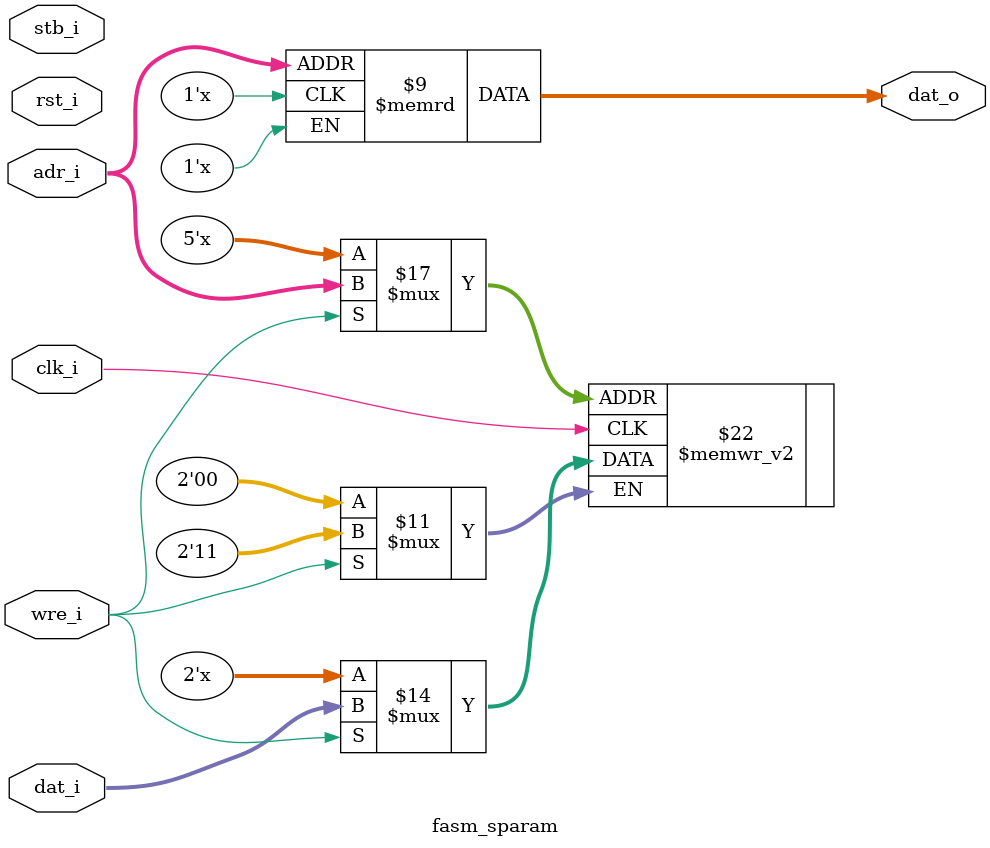
<source format=v>
/* $Id: fasm_sparam.v,v 1.2 2008/06/05 20:55:15 sybreon Exp $
**
** FASM MEMORY LIBRARY
** Copyright (C) 2004-2009 Shawn Tan <shawn.tan@aeste.net>
** All rights reserved.
** 
** FASM is free software: you can redistribute it and/or modify it
** under the terms of the GNU Lesser General Public License as
** published by the Free Software Foundation, either version 3 of the
** License, or (at your option) any later version.
**
** FASM is distributed in the hope that it will be useful, but WITHOUT
** ANY WARRANTY; without even the implied warranty of MERCHANTABILITY
** or FITNESS FOR A PARTICULAR PURPOSE.  See the GNU Lesser General
** Public License for more details.
**
** You should have received a copy of the GNU Lesser General Public
** License along with FASM. If not, see <http:**www.gnu.org/licenses/>.
*/
/*
 * SINGLE PORT ASYNCHRONOUS MEMORY BLOCK
 * Synthesis proven on:
 * - Xilinx ISE
 * - Altera Quartus (>=8.0) 
 */

module fasm_sparam (/*AUTOARG*/
   // Outputs
   dat_o,
   // Inputs
   dat_i, adr_i, wre_i, stb_i, clk_i, rst_i
   ) ;
   parameter AW = 5; // 32
   parameter DW = 2; // x2

   // PORT A - READ/WRITE
   output [DW-1:0] dat_o;  
   input [DW-1:0]  dat_i;
   input [AW-1:0]  adr_i;
   input 	   wre_i;
   input 	   stb_i; // ignored
   
   input 	   clk_i,
		   rst_i;

   // memory block
   reg [DW-1:0]    lram [(1<<AW)-1:0];
   
   always @(posedge clk_i)
     if (wre_i) 
	  lram[adr_i] <= #1 dat_i;	
   
   assign 	   dat_o = lram[adr_i];
   
   // ### SIMULATION ONLY ###
   // synopsys translate_off
   integer i;
   initial begin
      for (i=0; i<(1<<AW); i=i+1) begin
	 lram[i] <= $random;	 
      end
   end
   // synopsys translate_on
   
endmodule // fasm_sparam

</source>
